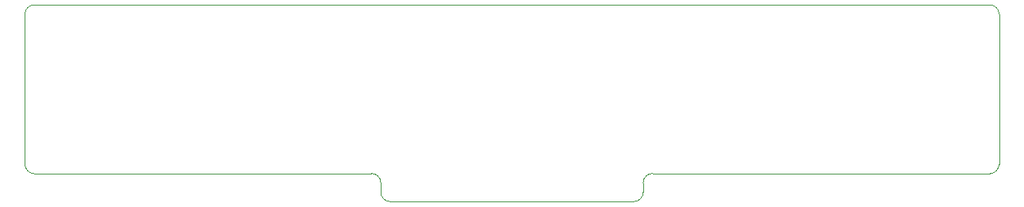
<source format=gbr>
%TF.GenerationSoftware,KiCad,Pcbnew,7.0.7*%
%TF.CreationDate,2023-09-18T17:25:18-04:00*%
%TF.ProjectId,N64 Cart FFC,4e363420-4361-4727-9420-4646432e6b69,rev?*%
%TF.SameCoordinates,Original*%
%TF.FileFunction,Profile,NP*%
%FSLAX46Y46*%
G04 Gerber Fmt 4.6, Leading zero omitted, Abs format (unit mm)*
G04 Created by KiCad (PCBNEW 7.0.7) date 2023-09-18 17:25:18*
%MOMM*%
%LPD*%
G01*
G04 APERTURE LIST*
%TA.AperFunction,Profile*%
%ADD10C,0.100000*%
%TD*%
G04 APERTURE END LIST*
D10*
X148000000Y-84000000D02*
G75*
G03*
X149000000Y-85000000I1000000J0D01*
G01*
X148000000Y-83000000D02*
G75*
G03*
X147000000Y-82000000I-1000000J0D01*
G01*
X110000000Y-81000000D02*
G75*
G03*
X111000000Y-82000000I1000000J0D01*
G01*
X111000000Y-64000000D02*
G75*
G03*
X110000000Y-65000000I0J-1000000D01*
G01*
X214000000Y-65000000D02*
G75*
G03*
X213000000Y-64000000I-1000000J0D01*
G01*
X213000000Y-82000000D02*
G75*
G03*
X214000000Y-81000000I0J1000000D01*
G01*
X175000000Y-85000000D02*
G75*
G03*
X176000000Y-84000000I0J1000000D01*
G01*
X177000000Y-82000000D02*
G75*
G03*
X176000000Y-83000000I0J-1000000D01*
G01*
X177000000Y-82000000D02*
X213000000Y-82000000D01*
X176000000Y-84000000D02*
X176000000Y-83000000D01*
X147000000Y-82000000D02*
X111000000Y-82000000D01*
X148000000Y-84000000D02*
X148000000Y-83000000D01*
X110000000Y-81000000D02*
X110000000Y-65000000D01*
X175000000Y-85000000D02*
X149000000Y-85000000D01*
X214000000Y-65000000D02*
X214000000Y-81000000D01*
X111000000Y-64000000D02*
X213000000Y-64000000D01*
M02*

</source>
